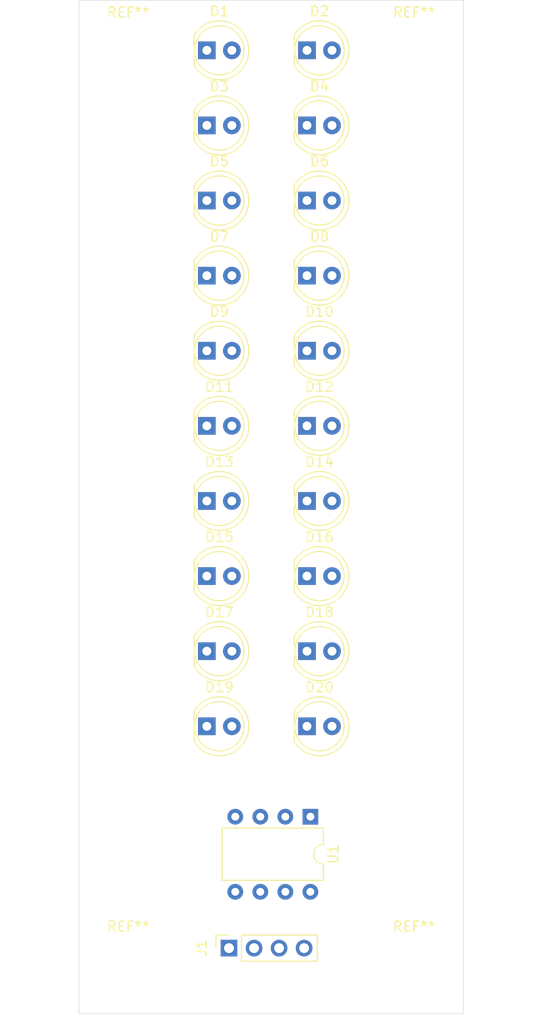
<source format=kicad_pcb>
(kicad_pcb (version 20171130) (host pcbnew "(5.1.5)-3")

  (general
    (thickness 1.6)
    (drawings 4)
    (tracks 0)
    (zones 0)
    (modules 26)
    (nets 21)
  )

  (page A4)
  (layers
    (0 F.Cu signal)
    (31 B.Cu signal)
    (32 B.Adhes user)
    (33 F.Adhes user)
    (34 B.Paste user)
    (35 F.Paste user)
    (36 B.SilkS user)
    (37 F.SilkS user)
    (38 B.Mask user)
    (39 F.Mask user)
    (40 Dwgs.User user)
    (41 Cmts.User user)
    (42 Eco1.User user)
    (43 Eco2.User user)
    (44 Edge.Cuts user)
    (45 Margin user)
    (46 B.CrtYd user)
    (47 F.CrtYd user)
    (48 B.Fab user)
    (49 F.Fab user)
  )

  (setup
    (last_trace_width 0.25)
    (user_trace_width 0.4)
    (trace_clearance 0.2)
    (zone_clearance 0.508)
    (zone_45_only no)
    (trace_min 0.2)
    (via_size 0.8)
    (via_drill 0.4)
    (via_min_size 0.4)
    (via_min_drill 0.3)
    (uvia_size 0.3)
    (uvia_drill 0.1)
    (uvias_allowed no)
    (uvia_min_size 0.2)
    (uvia_min_drill 0.1)
    (edge_width 0.05)
    (segment_width 0.2)
    (pcb_text_width 0.3)
    (pcb_text_size 1.5 1.5)
    (mod_edge_width 0.12)
    (mod_text_size 1 1)
    (mod_text_width 0.15)
    (pad_size 1.524 1.524)
    (pad_drill 0.762)
    (pad_to_mask_clearance 0.051)
    (solder_mask_min_width 0.25)
    (aux_axis_origin 0 0)
    (visible_elements 7FFFFFFF)
    (pcbplotparams
      (layerselection 0x010fc_ffffffff)
      (usegerberextensions false)
      (usegerberattributes false)
      (usegerberadvancedattributes false)
      (creategerberjobfile false)
      (excludeedgelayer true)
      (linewidth 0.100000)
      (plotframeref false)
      (viasonmask false)
      (mode 1)
      (useauxorigin false)
      (hpglpennumber 1)
      (hpglpenspeed 20)
      (hpglpendiameter 15.000000)
      (psnegative false)
      (psa4output false)
      (plotreference true)
      (plotvalue true)
      (plotinvisibletext false)
      (padsonsilk false)
      (subtractmaskfromsilk false)
      (outputformat 1)
      (mirror false)
      (drillshape 1)
      (scaleselection 1)
      (outputdirectory ""))
  )

  (net 0 "")
  (net 1 +5V)
  (net 2 GNDD)
  (net 3 "Net-(J1-Pad3)")
  (net 4 "Net-(J1-Pad2)")
  (net 5 "Net-(U1-Pad7)")
  (net 6 "Net-(U1-Pad1)")
  (net 7 +3_dB)
  (net 8 GND_L)
  (net 9 GND_R)
  (net 10 +2_dB)
  (net 11 +1_dB)
  (net 12 0_dB)
  (net 13 -1_dB)
  (net 14 -3_dB)
  (net 15 -5_dB)
  (net 16 -7_dB)
  (net 17 -10_dB)
  (net 18 -20_dB)
  (net 19 "Net-(U1-Pad3)")
  (net 20 "Net-(U1-Pad2)")

  (net_class Default "This is the default net class."
    (clearance 0.2)
    (trace_width 0.25)
    (via_dia 0.8)
    (via_drill 0.4)
    (uvia_dia 0.3)
    (uvia_drill 0.1)
    (add_net +1_dB)
    (add_net +2_dB)
    (add_net +3_dB)
    (add_net +5V)
    (add_net -10_dB)
    (add_net -1_dB)
    (add_net -20_dB)
    (add_net -3_dB)
    (add_net -5_dB)
    (add_net -7_dB)
    (add_net 0_dB)
    (add_net GNDD)
    (add_net GND_L)
    (add_net GND_R)
    (add_net "Net-(J1-Pad2)")
    (add_net "Net-(J1-Pad3)")
    (add_net "Net-(U1-Pad1)")
    (add_net "Net-(U1-Pad2)")
    (add_net "Net-(U1-Pad3)")
    (add_net "Net-(U1-Pad7)")
  )

  (module LED_THT:LED_D5.0mm placed (layer F.Cu) (tedit 5995936A) (tstamp 5E68D235)
    (at 104.14 116.84)
    (descr "LED, diameter 5.0mm, 2 pins, http://cdn-reichelt.de/documents/datenblatt/A500/LL-504BC2E-009.pdf")
    (tags "LED diameter 5.0mm 2 pins")
    (path /5E6C5A3C)
    (fp_text reference D20 (at 1.27 -3.96) (layer F.SilkS)
      (effects (font (size 1 1) (thickness 0.15)))
    )
    (fp_text value LED_G (at 1.27 3.96) (layer F.Fab)
      (effects (font (size 1 1) (thickness 0.15)))
    )
    (fp_text user %R (at 1.25 0) (layer F.Fab)
      (effects (font (size 0.8 0.8) (thickness 0.2)))
    )
    (fp_line (start 4.5 -3.25) (end -1.95 -3.25) (layer F.CrtYd) (width 0.05))
    (fp_line (start 4.5 3.25) (end 4.5 -3.25) (layer F.CrtYd) (width 0.05))
    (fp_line (start -1.95 3.25) (end 4.5 3.25) (layer F.CrtYd) (width 0.05))
    (fp_line (start -1.95 -3.25) (end -1.95 3.25) (layer F.CrtYd) (width 0.05))
    (fp_line (start -1.29 -1.545) (end -1.29 1.545) (layer F.SilkS) (width 0.12))
    (fp_line (start -1.23 -1.469694) (end -1.23 1.469694) (layer F.Fab) (width 0.1))
    (fp_circle (center 1.27 0) (end 3.77 0) (layer F.SilkS) (width 0.12))
    (fp_circle (center 1.27 0) (end 3.77 0) (layer F.Fab) (width 0.1))
    (fp_arc (start 1.27 0) (end -1.29 1.54483) (angle -148.9) (layer F.SilkS) (width 0.12))
    (fp_arc (start 1.27 0) (end -1.29 -1.54483) (angle 148.9) (layer F.SilkS) (width 0.12))
    (fp_arc (start 1.27 0) (end -1.23 -1.469694) (angle 299.1) (layer F.Fab) (width 0.1))
    (pad 2 thru_hole circle (at 2.54 0) (size 1.8 1.8) (drill 0.9) (layers *.Cu *.Mask)
      (net 18 -20_dB))
    (pad 1 thru_hole rect (at 0 0) (size 1.8 1.8) (drill 0.9) (layers *.Cu *.Mask)
      (net 9 GND_R))
    (model ${KISYS3DMOD}/LED_THT.3dshapes/LED_D5.0mm.wrl
      (at (xyz 0 0 0))
      (scale (xyz 1 1 1))
      (rotate (xyz 0 0 0))
    )
  )

  (module LED_THT:LED_D5.0mm placed (layer F.Cu) (tedit 5995936A) (tstamp 5E68D223)
    (at 93.98 116.84)
    (descr "LED, diameter 5.0mm, 2 pins, http://cdn-reichelt.de/documents/datenblatt/A500/LL-504BC2E-009.pdf")
    (tags "LED diameter 5.0mm 2 pins")
    (path /5E6A7DA2)
    (fp_text reference D19 (at 1.27 -3.96) (layer F.SilkS)
      (effects (font (size 1 1) (thickness 0.15)))
    )
    (fp_text value LED_G (at 1.27 3.96) (layer F.Fab)
      (effects (font (size 1 1) (thickness 0.15)))
    )
    (fp_text user %R (at 1.25 0) (layer F.Fab)
      (effects (font (size 0.8 0.8) (thickness 0.2)))
    )
    (fp_line (start 4.5 -3.25) (end -1.95 -3.25) (layer F.CrtYd) (width 0.05))
    (fp_line (start 4.5 3.25) (end 4.5 -3.25) (layer F.CrtYd) (width 0.05))
    (fp_line (start -1.95 3.25) (end 4.5 3.25) (layer F.CrtYd) (width 0.05))
    (fp_line (start -1.95 -3.25) (end -1.95 3.25) (layer F.CrtYd) (width 0.05))
    (fp_line (start -1.29 -1.545) (end -1.29 1.545) (layer F.SilkS) (width 0.12))
    (fp_line (start -1.23 -1.469694) (end -1.23 1.469694) (layer F.Fab) (width 0.1))
    (fp_circle (center 1.27 0) (end 3.77 0) (layer F.SilkS) (width 0.12))
    (fp_circle (center 1.27 0) (end 3.77 0) (layer F.Fab) (width 0.1))
    (fp_arc (start 1.27 0) (end -1.29 1.54483) (angle -148.9) (layer F.SilkS) (width 0.12))
    (fp_arc (start 1.27 0) (end -1.29 -1.54483) (angle 148.9) (layer F.SilkS) (width 0.12))
    (fp_arc (start 1.27 0) (end -1.23 -1.469694) (angle 299.1) (layer F.Fab) (width 0.1))
    (pad 2 thru_hole circle (at 2.54 0) (size 1.8 1.8) (drill 0.9) (layers *.Cu *.Mask)
      (net 18 -20_dB))
    (pad 1 thru_hole rect (at 0 0) (size 1.8 1.8) (drill 0.9) (layers *.Cu *.Mask)
      (net 8 GND_L))
    (model ${KISYS3DMOD}/LED_THT.3dshapes/LED_D5.0mm.wrl
      (at (xyz 0 0 0))
      (scale (xyz 1 1 1))
      (rotate (xyz 0 0 0))
    )
  )

  (module LED_THT:LED_D5.0mm placed (layer F.Cu) (tedit 5995936A) (tstamp 5E68D211)
    (at 104.14 109.22)
    (descr "LED, diameter 5.0mm, 2 pins, http://cdn-reichelt.de/documents/datenblatt/A500/LL-504BC2E-009.pdf")
    (tags "LED diameter 5.0mm 2 pins")
    (path /5E6C5A32)
    (fp_text reference D18 (at 1.27 -3.96) (layer F.SilkS)
      (effects (font (size 1 1) (thickness 0.15)))
    )
    (fp_text value LED_G (at 1.27 3.96) (layer F.Fab)
      (effects (font (size 1 1) (thickness 0.15)))
    )
    (fp_text user %R (at 1.25 0) (layer F.Fab)
      (effects (font (size 0.8 0.8) (thickness 0.2)))
    )
    (fp_line (start 4.5 -3.25) (end -1.95 -3.25) (layer F.CrtYd) (width 0.05))
    (fp_line (start 4.5 3.25) (end 4.5 -3.25) (layer F.CrtYd) (width 0.05))
    (fp_line (start -1.95 3.25) (end 4.5 3.25) (layer F.CrtYd) (width 0.05))
    (fp_line (start -1.95 -3.25) (end -1.95 3.25) (layer F.CrtYd) (width 0.05))
    (fp_line (start -1.29 -1.545) (end -1.29 1.545) (layer F.SilkS) (width 0.12))
    (fp_line (start -1.23 -1.469694) (end -1.23 1.469694) (layer F.Fab) (width 0.1))
    (fp_circle (center 1.27 0) (end 3.77 0) (layer F.SilkS) (width 0.12))
    (fp_circle (center 1.27 0) (end 3.77 0) (layer F.Fab) (width 0.1))
    (fp_arc (start 1.27 0) (end -1.29 1.54483) (angle -148.9) (layer F.SilkS) (width 0.12))
    (fp_arc (start 1.27 0) (end -1.29 -1.54483) (angle 148.9) (layer F.SilkS) (width 0.12))
    (fp_arc (start 1.27 0) (end -1.23 -1.469694) (angle 299.1) (layer F.Fab) (width 0.1))
    (pad 2 thru_hole circle (at 2.54 0) (size 1.8 1.8) (drill 0.9) (layers *.Cu *.Mask)
      (net 17 -10_dB))
    (pad 1 thru_hole rect (at 0 0) (size 1.8 1.8) (drill 0.9) (layers *.Cu *.Mask)
      (net 9 GND_R))
    (model ${KISYS3DMOD}/LED_THT.3dshapes/LED_D5.0mm.wrl
      (at (xyz 0 0 0))
      (scale (xyz 1 1 1))
      (rotate (xyz 0 0 0))
    )
  )

  (module LED_THT:LED_D5.0mm placed (layer F.Cu) (tedit 5995936A) (tstamp 5E68D1FF)
    (at 93.98 109.22)
    (descr "LED, diameter 5.0mm, 2 pins, http://cdn-reichelt.de/documents/datenblatt/A500/LL-504BC2E-009.pdf")
    (tags "LED diameter 5.0mm 2 pins")
    (path /5E6A7D98)
    (fp_text reference D17 (at 1.27 -3.96) (layer F.SilkS)
      (effects (font (size 1 1) (thickness 0.15)))
    )
    (fp_text value LED_G (at 1.27 3.96) (layer F.Fab)
      (effects (font (size 1 1) (thickness 0.15)))
    )
    (fp_text user %R (at 1.25 0) (layer F.Fab)
      (effects (font (size 0.8 0.8) (thickness 0.2)))
    )
    (fp_line (start 4.5 -3.25) (end -1.95 -3.25) (layer F.CrtYd) (width 0.05))
    (fp_line (start 4.5 3.25) (end 4.5 -3.25) (layer F.CrtYd) (width 0.05))
    (fp_line (start -1.95 3.25) (end 4.5 3.25) (layer F.CrtYd) (width 0.05))
    (fp_line (start -1.95 -3.25) (end -1.95 3.25) (layer F.CrtYd) (width 0.05))
    (fp_line (start -1.29 -1.545) (end -1.29 1.545) (layer F.SilkS) (width 0.12))
    (fp_line (start -1.23 -1.469694) (end -1.23 1.469694) (layer F.Fab) (width 0.1))
    (fp_circle (center 1.27 0) (end 3.77 0) (layer F.SilkS) (width 0.12))
    (fp_circle (center 1.27 0) (end 3.77 0) (layer F.Fab) (width 0.1))
    (fp_arc (start 1.27 0) (end -1.29 1.54483) (angle -148.9) (layer F.SilkS) (width 0.12))
    (fp_arc (start 1.27 0) (end -1.29 -1.54483) (angle 148.9) (layer F.SilkS) (width 0.12))
    (fp_arc (start 1.27 0) (end -1.23 -1.469694) (angle 299.1) (layer F.Fab) (width 0.1))
    (pad 2 thru_hole circle (at 2.54 0) (size 1.8 1.8) (drill 0.9) (layers *.Cu *.Mask)
      (net 17 -10_dB))
    (pad 1 thru_hole rect (at 0 0) (size 1.8 1.8) (drill 0.9) (layers *.Cu *.Mask)
      (net 8 GND_L))
    (model ${KISYS3DMOD}/LED_THT.3dshapes/LED_D5.0mm.wrl
      (at (xyz 0 0 0))
      (scale (xyz 1 1 1))
      (rotate (xyz 0 0 0))
    )
  )

  (module LED_THT:LED_D5.0mm placed (layer F.Cu) (tedit 5995936A) (tstamp 5E68DEE7)
    (at 104.14 101.6)
    (descr "LED, diameter 5.0mm, 2 pins, http://cdn-reichelt.de/documents/datenblatt/A500/LL-504BC2E-009.pdf")
    (tags "LED diameter 5.0mm 2 pins")
    (path /5E6C5A28)
    (fp_text reference D16 (at 1.27 -3.96) (layer F.SilkS)
      (effects (font (size 1 1) (thickness 0.15)))
    )
    (fp_text value LED_G (at 1.27 3.96) (layer F.Fab)
      (effects (font (size 1 1) (thickness 0.15)))
    )
    (fp_text user %R (at 1.25 0) (layer F.Fab)
      (effects (font (size 0.8 0.8) (thickness 0.2)))
    )
    (fp_line (start 4.5 -3.25) (end -1.95 -3.25) (layer F.CrtYd) (width 0.05))
    (fp_line (start 4.5 3.25) (end 4.5 -3.25) (layer F.CrtYd) (width 0.05))
    (fp_line (start -1.95 3.25) (end 4.5 3.25) (layer F.CrtYd) (width 0.05))
    (fp_line (start -1.95 -3.25) (end -1.95 3.25) (layer F.CrtYd) (width 0.05))
    (fp_line (start -1.29 -1.545) (end -1.29 1.545) (layer F.SilkS) (width 0.12))
    (fp_line (start -1.23 -1.469694) (end -1.23 1.469694) (layer F.Fab) (width 0.1))
    (fp_circle (center 1.27 0) (end 3.77 0) (layer F.SilkS) (width 0.12))
    (fp_circle (center 1.27 0) (end 3.77 0) (layer F.Fab) (width 0.1))
    (fp_arc (start 1.27 0) (end -1.29 1.54483) (angle -148.9) (layer F.SilkS) (width 0.12))
    (fp_arc (start 1.27 0) (end -1.29 -1.54483) (angle 148.9) (layer F.SilkS) (width 0.12))
    (fp_arc (start 1.27 0) (end -1.23 -1.469694) (angle 299.1) (layer F.Fab) (width 0.1))
    (pad 2 thru_hole circle (at 2.54 0) (size 1.8 1.8) (drill 0.9) (layers *.Cu *.Mask)
      (net 16 -7_dB))
    (pad 1 thru_hole rect (at 0 0) (size 1.8 1.8) (drill 0.9) (layers *.Cu *.Mask)
      (net 9 GND_R))
    (model ${KISYS3DMOD}/LED_THT.3dshapes/LED_D5.0mm.wrl
      (at (xyz 0 0 0))
      (scale (xyz 1 1 1))
      (rotate (xyz 0 0 0))
    )
  )

  (module LED_THT:LED_D5.0mm placed (layer F.Cu) (tedit 5995936A) (tstamp 5E68D1DB)
    (at 93.98 101.6)
    (descr "LED, diameter 5.0mm, 2 pins, http://cdn-reichelt.de/documents/datenblatt/A500/LL-504BC2E-009.pdf")
    (tags "LED diameter 5.0mm 2 pins")
    (path /5E6A302C)
    (fp_text reference D15 (at 1.27 -3.96) (layer F.SilkS)
      (effects (font (size 1 1) (thickness 0.15)))
    )
    (fp_text value LED_G (at 1.27 3.96) (layer F.Fab)
      (effects (font (size 1 1) (thickness 0.15)))
    )
    (fp_text user %R (at 1.25 0) (layer F.Fab)
      (effects (font (size 0.8 0.8) (thickness 0.2)))
    )
    (fp_line (start 4.5 -3.25) (end -1.95 -3.25) (layer F.CrtYd) (width 0.05))
    (fp_line (start 4.5 3.25) (end 4.5 -3.25) (layer F.CrtYd) (width 0.05))
    (fp_line (start -1.95 3.25) (end 4.5 3.25) (layer F.CrtYd) (width 0.05))
    (fp_line (start -1.95 -3.25) (end -1.95 3.25) (layer F.CrtYd) (width 0.05))
    (fp_line (start -1.29 -1.545) (end -1.29 1.545) (layer F.SilkS) (width 0.12))
    (fp_line (start -1.23 -1.469694) (end -1.23 1.469694) (layer F.Fab) (width 0.1))
    (fp_circle (center 1.27 0) (end 3.77 0) (layer F.SilkS) (width 0.12))
    (fp_circle (center 1.27 0) (end 3.77 0) (layer F.Fab) (width 0.1))
    (fp_arc (start 1.27 0) (end -1.29 1.54483) (angle -148.9) (layer F.SilkS) (width 0.12))
    (fp_arc (start 1.27 0) (end -1.29 -1.54483) (angle 148.9) (layer F.SilkS) (width 0.12))
    (fp_arc (start 1.27 0) (end -1.23 -1.469694) (angle 299.1) (layer F.Fab) (width 0.1))
    (pad 2 thru_hole circle (at 2.54 0) (size 1.8 1.8) (drill 0.9) (layers *.Cu *.Mask)
      (net 16 -7_dB))
    (pad 1 thru_hole rect (at 0 0) (size 1.8 1.8) (drill 0.9) (layers *.Cu *.Mask)
      (net 8 GND_L))
    (model ${KISYS3DMOD}/LED_THT.3dshapes/LED_D5.0mm.wrl
      (at (xyz 0 0 0))
      (scale (xyz 1 1 1))
      (rotate (xyz 0 0 0))
    )
  )

  (module LED_THT:LED_D5.0mm placed (layer F.Cu) (tedit 5995936A) (tstamp 5E68D1C9)
    (at 104.14 93.98)
    (descr "LED, diameter 5.0mm, 2 pins, http://cdn-reichelt.de/documents/datenblatt/A500/LL-504BC2E-009.pdf")
    (tags "LED diameter 5.0mm 2 pins")
    (path /5E6C5A1E)
    (fp_text reference D14 (at 1.27 -3.96) (layer F.SilkS)
      (effects (font (size 1 1) (thickness 0.15)))
    )
    (fp_text value LED_G (at 1.27 3.96) (layer F.Fab)
      (effects (font (size 1 1) (thickness 0.15)))
    )
    (fp_text user %R (at 1.25 0) (layer F.Fab)
      (effects (font (size 0.8 0.8) (thickness 0.2)))
    )
    (fp_line (start 4.5 -3.25) (end -1.95 -3.25) (layer F.CrtYd) (width 0.05))
    (fp_line (start 4.5 3.25) (end 4.5 -3.25) (layer F.CrtYd) (width 0.05))
    (fp_line (start -1.95 3.25) (end 4.5 3.25) (layer F.CrtYd) (width 0.05))
    (fp_line (start -1.95 -3.25) (end -1.95 3.25) (layer F.CrtYd) (width 0.05))
    (fp_line (start -1.29 -1.545) (end -1.29 1.545) (layer F.SilkS) (width 0.12))
    (fp_line (start -1.23 -1.469694) (end -1.23 1.469694) (layer F.Fab) (width 0.1))
    (fp_circle (center 1.27 0) (end 3.77 0) (layer F.SilkS) (width 0.12))
    (fp_circle (center 1.27 0) (end 3.77 0) (layer F.Fab) (width 0.1))
    (fp_arc (start 1.27 0) (end -1.29 1.54483) (angle -148.9) (layer F.SilkS) (width 0.12))
    (fp_arc (start 1.27 0) (end -1.29 -1.54483) (angle 148.9) (layer F.SilkS) (width 0.12))
    (fp_arc (start 1.27 0) (end -1.23 -1.469694) (angle 299.1) (layer F.Fab) (width 0.1))
    (pad 2 thru_hole circle (at 2.54 0) (size 1.8 1.8) (drill 0.9) (layers *.Cu *.Mask)
      (net 15 -5_dB))
    (pad 1 thru_hole rect (at 0 0) (size 1.8 1.8) (drill 0.9) (layers *.Cu *.Mask)
      (net 9 GND_R))
    (model ${KISYS3DMOD}/LED_THT.3dshapes/LED_D5.0mm.wrl
      (at (xyz 0 0 0))
      (scale (xyz 1 1 1))
      (rotate (xyz 0 0 0))
    )
  )

  (module LED_THT:LED_D5.0mm placed (layer F.Cu) (tedit 5995936A) (tstamp 5E68D1B7)
    (at 93.98 93.98)
    (descr "LED, diameter 5.0mm, 2 pins, http://cdn-reichelt.de/documents/datenblatt/A500/LL-504BC2E-009.pdf")
    (tags "LED diameter 5.0mm 2 pins")
    (path /5E6A3022)
    (fp_text reference D13 (at 1.27 -3.96) (layer F.SilkS)
      (effects (font (size 1 1) (thickness 0.15)))
    )
    (fp_text value LED_G (at 1.27 3.96) (layer F.Fab)
      (effects (font (size 1 1) (thickness 0.15)))
    )
    (fp_text user %R (at 1.25 0) (layer F.Fab)
      (effects (font (size 0.8 0.8) (thickness 0.2)))
    )
    (fp_line (start 4.5 -3.25) (end -1.95 -3.25) (layer F.CrtYd) (width 0.05))
    (fp_line (start 4.5 3.25) (end 4.5 -3.25) (layer F.CrtYd) (width 0.05))
    (fp_line (start -1.95 3.25) (end 4.5 3.25) (layer F.CrtYd) (width 0.05))
    (fp_line (start -1.95 -3.25) (end -1.95 3.25) (layer F.CrtYd) (width 0.05))
    (fp_line (start -1.29 -1.545) (end -1.29 1.545) (layer F.SilkS) (width 0.12))
    (fp_line (start -1.23 -1.469694) (end -1.23 1.469694) (layer F.Fab) (width 0.1))
    (fp_circle (center 1.27 0) (end 3.77 0) (layer F.SilkS) (width 0.12))
    (fp_circle (center 1.27 0) (end 3.77 0) (layer F.Fab) (width 0.1))
    (fp_arc (start 1.27 0) (end -1.29 1.54483) (angle -148.9) (layer F.SilkS) (width 0.12))
    (fp_arc (start 1.27 0) (end -1.29 -1.54483) (angle 148.9) (layer F.SilkS) (width 0.12))
    (fp_arc (start 1.27 0) (end -1.23 -1.469694) (angle 299.1) (layer F.Fab) (width 0.1))
    (pad 2 thru_hole circle (at 2.54 0) (size 1.8 1.8) (drill 0.9) (layers *.Cu *.Mask)
      (net 15 -5_dB))
    (pad 1 thru_hole rect (at 0 0) (size 1.8 1.8) (drill 0.9) (layers *.Cu *.Mask)
      (net 8 GND_L))
    (model ${KISYS3DMOD}/LED_THT.3dshapes/LED_D5.0mm.wrl
      (at (xyz 0 0 0))
      (scale (xyz 1 1 1))
      (rotate (xyz 0 0 0))
    )
  )

  (module LED_THT:LED_D5.0mm placed (layer F.Cu) (tedit 5995936A) (tstamp 5E68D1A5)
    (at 104.14 86.36)
    (descr "LED, diameter 5.0mm, 2 pins, http://cdn-reichelt.de/documents/datenblatt/A500/LL-504BC2E-009.pdf")
    (tags "LED diameter 5.0mm 2 pins")
    (path /5E6C5A14)
    (fp_text reference D12 (at 1.27 -3.96) (layer F.SilkS)
      (effects (font (size 1 1) (thickness 0.15)))
    )
    (fp_text value LED_G (at 1.27 3.96) (layer F.Fab)
      (effects (font (size 1 1) (thickness 0.15)))
    )
    (fp_text user %R (at 1.25 0) (layer F.Fab)
      (effects (font (size 0.8 0.8) (thickness 0.2)))
    )
    (fp_line (start 4.5 -3.25) (end -1.95 -3.25) (layer F.CrtYd) (width 0.05))
    (fp_line (start 4.5 3.25) (end 4.5 -3.25) (layer F.CrtYd) (width 0.05))
    (fp_line (start -1.95 3.25) (end 4.5 3.25) (layer F.CrtYd) (width 0.05))
    (fp_line (start -1.95 -3.25) (end -1.95 3.25) (layer F.CrtYd) (width 0.05))
    (fp_line (start -1.29 -1.545) (end -1.29 1.545) (layer F.SilkS) (width 0.12))
    (fp_line (start -1.23 -1.469694) (end -1.23 1.469694) (layer F.Fab) (width 0.1))
    (fp_circle (center 1.27 0) (end 3.77 0) (layer F.SilkS) (width 0.12))
    (fp_circle (center 1.27 0) (end 3.77 0) (layer F.Fab) (width 0.1))
    (fp_arc (start 1.27 0) (end -1.29 1.54483) (angle -148.9) (layer F.SilkS) (width 0.12))
    (fp_arc (start 1.27 0) (end -1.29 -1.54483) (angle 148.9) (layer F.SilkS) (width 0.12))
    (fp_arc (start 1.27 0) (end -1.23 -1.469694) (angle 299.1) (layer F.Fab) (width 0.1))
    (pad 2 thru_hole circle (at 2.54 0) (size 1.8 1.8) (drill 0.9) (layers *.Cu *.Mask)
      (net 14 -3_dB))
    (pad 1 thru_hole rect (at 0 0) (size 1.8 1.8) (drill 0.9) (layers *.Cu *.Mask)
      (net 9 GND_R))
    (model ${KISYS3DMOD}/LED_THT.3dshapes/LED_D5.0mm.wrl
      (at (xyz 0 0 0))
      (scale (xyz 1 1 1))
      (rotate (xyz 0 0 0))
    )
  )

  (module LED_THT:LED_D5.0mm placed (layer F.Cu) (tedit 5995936A) (tstamp 5E68D193)
    (at 93.98 86.36)
    (descr "LED, diameter 5.0mm, 2 pins, http://cdn-reichelt.de/documents/datenblatt/A500/LL-504BC2E-009.pdf")
    (tags "LED diameter 5.0mm 2 pins")
    (path /5E6A3018)
    (fp_text reference D11 (at 1.27 -3.96) (layer F.SilkS)
      (effects (font (size 1 1) (thickness 0.15)))
    )
    (fp_text value LED_G (at 1.27 3.96) (layer F.Fab)
      (effects (font (size 1 1) (thickness 0.15)))
    )
    (fp_text user %R (at 1.25 0) (layer F.Fab)
      (effects (font (size 0.8 0.8) (thickness 0.2)))
    )
    (fp_line (start 4.5 -3.25) (end -1.95 -3.25) (layer F.CrtYd) (width 0.05))
    (fp_line (start 4.5 3.25) (end 4.5 -3.25) (layer F.CrtYd) (width 0.05))
    (fp_line (start -1.95 3.25) (end 4.5 3.25) (layer F.CrtYd) (width 0.05))
    (fp_line (start -1.95 -3.25) (end -1.95 3.25) (layer F.CrtYd) (width 0.05))
    (fp_line (start -1.29 -1.545) (end -1.29 1.545) (layer F.SilkS) (width 0.12))
    (fp_line (start -1.23 -1.469694) (end -1.23 1.469694) (layer F.Fab) (width 0.1))
    (fp_circle (center 1.27 0) (end 3.77 0) (layer F.SilkS) (width 0.12))
    (fp_circle (center 1.27 0) (end 3.77 0) (layer F.Fab) (width 0.1))
    (fp_arc (start 1.27 0) (end -1.29 1.54483) (angle -148.9) (layer F.SilkS) (width 0.12))
    (fp_arc (start 1.27 0) (end -1.29 -1.54483) (angle 148.9) (layer F.SilkS) (width 0.12))
    (fp_arc (start 1.27 0) (end -1.23 -1.469694) (angle 299.1) (layer F.Fab) (width 0.1))
    (pad 2 thru_hole circle (at 2.54 0) (size 1.8 1.8) (drill 0.9) (layers *.Cu *.Mask)
      (net 14 -3_dB))
    (pad 1 thru_hole rect (at 0 0) (size 1.8 1.8) (drill 0.9) (layers *.Cu *.Mask)
      (net 8 GND_L))
    (model ${KISYS3DMOD}/LED_THT.3dshapes/LED_D5.0mm.wrl
      (at (xyz 0 0 0))
      (scale (xyz 1 1 1))
      (rotate (xyz 0 0 0))
    )
  )

  (module LED_THT:LED_D5.0mm placed (layer F.Cu) (tedit 5995936A) (tstamp 5E68D181)
    (at 104.14 78.74)
    (descr "LED, diameter 5.0mm, 2 pins, http://cdn-reichelt.de/documents/datenblatt/A500/LL-504BC2E-009.pdf")
    (tags "LED diameter 5.0mm 2 pins")
    (path /5E6C5A0A)
    (fp_text reference D10 (at 1.27 -3.96) (layer F.SilkS)
      (effects (font (size 1 1) (thickness 0.15)))
    )
    (fp_text value LED_G (at 1.27 3.96) (layer F.Fab)
      (effects (font (size 1 1) (thickness 0.15)))
    )
    (fp_text user %R (at 1.25 0) (layer F.Fab)
      (effects (font (size 0.8 0.8) (thickness 0.2)))
    )
    (fp_line (start 4.5 -3.25) (end -1.95 -3.25) (layer F.CrtYd) (width 0.05))
    (fp_line (start 4.5 3.25) (end 4.5 -3.25) (layer F.CrtYd) (width 0.05))
    (fp_line (start -1.95 3.25) (end 4.5 3.25) (layer F.CrtYd) (width 0.05))
    (fp_line (start -1.95 -3.25) (end -1.95 3.25) (layer F.CrtYd) (width 0.05))
    (fp_line (start -1.29 -1.545) (end -1.29 1.545) (layer F.SilkS) (width 0.12))
    (fp_line (start -1.23 -1.469694) (end -1.23 1.469694) (layer F.Fab) (width 0.1))
    (fp_circle (center 1.27 0) (end 3.77 0) (layer F.SilkS) (width 0.12))
    (fp_circle (center 1.27 0) (end 3.77 0) (layer F.Fab) (width 0.1))
    (fp_arc (start 1.27 0) (end -1.29 1.54483) (angle -148.9) (layer F.SilkS) (width 0.12))
    (fp_arc (start 1.27 0) (end -1.29 -1.54483) (angle 148.9) (layer F.SilkS) (width 0.12))
    (fp_arc (start 1.27 0) (end -1.23 -1.469694) (angle 299.1) (layer F.Fab) (width 0.1))
    (pad 2 thru_hole circle (at 2.54 0) (size 1.8 1.8) (drill 0.9) (layers *.Cu *.Mask)
      (net 13 -1_dB))
    (pad 1 thru_hole rect (at 0 0) (size 1.8 1.8) (drill 0.9) (layers *.Cu *.Mask)
      (net 9 GND_R))
    (model ${KISYS3DMOD}/LED_THT.3dshapes/LED_D5.0mm.wrl
      (at (xyz 0 0 0))
      (scale (xyz 1 1 1))
      (rotate (xyz 0 0 0))
    )
  )

  (module LED_THT:LED_D5.0mm placed (layer F.Cu) (tedit 5995936A) (tstamp 5E68D16F)
    (at 93.98 78.74)
    (descr "LED, diameter 5.0mm, 2 pins, http://cdn-reichelt.de/documents/datenblatt/A500/LL-504BC2E-009.pdf")
    (tags "LED diameter 5.0mm 2 pins")
    (path /5E6A300E)
    (fp_text reference D9 (at 1.27 -3.96) (layer F.SilkS)
      (effects (font (size 1 1) (thickness 0.15)))
    )
    (fp_text value LED_G (at 1.27 3.96) (layer F.Fab)
      (effects (font (size 1 1) (thickness 0.15)))
    )
    (fp_text user %R (at 1.25 0) (layer F.Fab)
      (effects (font (size 0.8 0.8) (thickness 0.2)))
    )
    (fp_line (start 4.5 -3.25) (end -1.95 -3.25) (layer F.CrtYd) (width 0.05))
    (fp_line (start 4.5 3.25) (end 4.5 -3.25) (layer F.CrtYd) (width 0.05))
    (fp_line (start -1.95 3.25) (end 4.5 3.25) (layer F.CrtYd) (width 0.05))
    (fp_line (start -1.95 -3.25) (end -1.95 3.25) (layer F.CrtYd) (width 0.05))
    (fp_line (start -1.29 -1.545) (end -1.29 1.545) (layer F.SilkS) (width 0.12))
    (fp_line (start -1.23 -1.469694) (end -1.23 1.469694) (layer F.Fab) (width 0.1))
    (fp_circle (center 1.27 0) (end 3.77 0) (layer F.SilkS) (width 0.12))
    (fp_circle (center 1.27 0) (end 3.77 0) (layer F.Fab) (width 0.1))
    (fp_arc (start 1.27 0) (end -1.29 1.54483) (angle -148.9) (layer F.SilkS) (width 0.12))
    (fp_arc (start 1.27 0) (end -1.29 -1.54483) (angle 148.9) (layer F.SilkS) (width 0.12))
    (fp_arc (start 1.27 0) (end -1.23 -1.469694) (angle 299.1) (layer F.Fab) (width 0.1))
    (pad 2 thru_hole circle (at 2.54 0) (size 1.8 1.8) (drill 0.9) (layers *.Cu *.Mask)
      (net 13 -1_dB))
    (pad 1 thru_hole rect (at 0 0) (size 1.8 1.8) (drill 0.9) (layers *.Cu *.Mask)
      (net 8 GND_L))
    (model ${KISYS3DMOD}/LED_THT.3dshapes/LED_D5.0mm.wrl
      (at (xyz 0 0 0))
      (scale (xyz 1 1 1))
      (rotate (xyz 0 0 0))
    )
  )

  (module LED_THT:LED_D5.0mm placed (layer F.Cu) (tedit 5995936A) (tstamp 5E68DBB0)
    (at 104.14 71.12)
    (descr "LED, diameter 5.0mm, 2 pins, http://cdn-reichelt.de/documents/datenblatt/A500/LL-504BC2E-009.pdf")
    (tags "LED diameter 5.0mm 2 pins")
    (path /5E6C5A00)
    (fp_text reference D8 (at 1.27 -3.96) (layer F.SilkS)
      (effects (font (size 1 1) (thickness 0.15)))
    )
    (fp_text value LED_Y (at 1.27 3.96) (layer F.Fab)
      (effects (font (size 1 1) (thickness 0.15)))
    )
    (fp_text user %R (at 1.25 0) (layer F.Fab)
      (effects (font (size 0.8 0.8) (thickness 0.2)))
    )
    (fp_line (start 4.5 -3.25) (end -1.95 -3.25) (layer F.CrtYd) (width 0.05))
    (fp_line (start 4.5 3.25) (end 4.5 -3.25) (layer F.CrtYd) (width 0.05))
    (fp_line (start -1.95 3.25) (end 4.5 3.25) (layer F.CrtYd) (width 0.05))
    (fp_line (start -1.95 -3.25) (end -1.95 3.25) (layer F.CrtYd) (width 0.05))
    (fp_line (start -1.29 -1.545) (end -1.29 1.545) (layer F.SilkS) (width 0.12))
    (fp_line (start -1.23 -1.469694) (end -1.23 1.469694) (layer F.Fab) (width 0.1))
    (fp_circle (center 1.27 0) (end 3.77 0) (layer F.SilkS) (width 0.12))
    (fp_circle (center 1.27 0) (end 3.77 0) (layer F.Fab) (width 0.1))
    (fp_arc (start 1.27 0) (end -1.29 1.54483) (angle -148.9) (layer F.SilkS) (width 0.12))
    (fp_arc (start 1.27 0) (end -1.29 -1.54483) (angle 148.9) (layer F.SilkS) (width 0.12))
    (fp_arc (start 1.27 0) (end -1.23 -1.469694) (angle 299.1) (layer F.Fab) (width 0.1))
    (pad 2 thru_hole circle (at 2.54 0) (size 1.8 1.8) (drill 0.9) (layers *.Cu *.Mask)
      (net 12 0_dB))
    (pad 1 thru_hole rect (at 0 0) (size 1.8 1.8) (drill 0.9) (layers *.Cu *.Mask)
      (net 9 GND_R))
    (model ${KISYS3DMOD}/LED_THT.3dshapes/LED_D5.0mm.wrl
      (at (xyz 0 0 0))
      (scale (xyz 1 1 1))
      (rotate (xyz 0 0 0))
    )
  )

  (module LED_THT:LED_D5.0mm placed (layer F.Cu) (tedit 5995936A) (tstamp 5E68DACE)
    (at 93.98 71.12)
    (descr "LED, diameter 5.0mm, 2 pins, http://cdn-reichelt.de/documents/datenblatt/A500/LL-504BC2E-009.pdf")
    (tags "LED diameter 5.0mm 2 pins")
    (path /5E6A22B8)
    (fp_text reference D7 (at 1.27 -3.96) (layer F.SilkS)
      (effects (font (size 1 1) (thickness 0.15)))
    )
    (fp_text value LED_Y (at 1.27 3.96) (layer F.Fab)
      (effects (font (size 1 1) (thickness 0.15)))
    )
    (fp_text user %R (at 1.25 0) (layer F.Fab)
      (effects (font (size 0.8 0.8) (thickness 0.2)))
    )
    (fp_line (start 4.5 -3.25) (end -1.95 -3.25) (layer F.CrtYd) (width 0.05))
    (fp_line (start 4.5 3.25) (end 4.5 -3.25) (layer F.CrtYd) (width 0.05))
    (fp_line (start -1.95 3.25) (end 4.5 3.25) (layer F.CrtYd) (width 0.05))
    (fp_line (start -1.95 -3.25) (end -1.95 3.25) (layer F.CrtYd) (width 0.05))
    (fp_line (start -1.29 -1.545) (end -1.29 1.545) (layer F.SilkS) (width 0.12))
    (fp_line (start -1.23 -1.469694) (end -1.23 1.469694) (layer F.Fab) (width 0.1))
    (fp_circle (center 1.27 0) (end 3.77 0) (layer F.SilkS) (width 0.12))
    (fp_circle (center 1.27 0) (end 3.77 0) (layer F.Fab) (width 0.1))
    (fp_arc (start 1.27 0) (end -1.29 1.54483) (angle -148.9) (layer F.SilkS) (width 0.12))
    (fp_arc (start 1.27 0) (end -1.29 -1.54483) (angle 148.9) (layer F.SilkS) (width 0.12))
    (fp_arc (start 1.27 0) (end -1.23 -1.469694) (angle 299.1) (layer F.Fab) (width 0.1))
    (pad 2 thru_hole circle (at 2.54 0) (size 1.8 1.8) (drill 0.9) (layers *.Cu *.Mask)
      (net 12 0_dB))
    (pad 1 thru_hole rect (at 0 0) (size 1.8 1.8) (drill 0.9) (layers *.Cu *.Mask)
      (net 8 GND_L))
    (model ${KISYS3DMOD}/LED_THT.3dshapes/LED_D5.0mm.wrl
      (at (xyz 0 0 0))
      (scale (xyz 1 1 1))
      (rotate (xyz 0 0 0))
    )
  )

  (module LED_THT:LED_D5.0mm placed (layer F.Cu) (tedit 5995936A) (tstamp 5E68D139)
    (at 104.14 63.5)
    (descr "LED, diameter 5.0mm, 2 pins, http://cdn-reichelt.de/documents/datenblatt/A500/LL-504BC2E-009.pdf")
    (tags "LED diameter 5.0mm 2 pins")
    (path /5E6C59F6)
    (fp_text reference D6 (at 1.27 -3.96) (layer F.SilkS)
      (effects (font (size 1 1) (thickness 0.15)))
    )
    (fp_text value LED_Y (at 1.27 3.96) (layer F.Fab)
      (effects (font (size 1 1) (thickness 0.15)))
    )
    (fp_text user %R (at 1.25 0) (layer F.Fab)
      (effects (font (size 0.8 0.8) (thickness 0.2)))
    )
    (fp_line (start 4.5 -3.25) (end -1.95 -3.25) (layer F.CrtYd) (width 0.05))
    (fp_line (start 4.5 3.25) (end 4.5 -3.25) (layer F.CrtYd) (width 0.05))
    (fp_line (start -1.95 3.25) (end 4.5 3.25) (layer F.CrtYd) (width 0.05))
    (fp_line (start -1.95 -3.25) (end -1.95 3.25) (layer F.CrtYd) (width 0.05))
    (fp_line (start -1.29 -1.545) (end -1.29 1.545) (layer F.SilkS) (width 0.12))
    (fp_line (start -1.23 -1.469694) (end -1.23 1.469694) (layer F.Fab) (width 0.1))
    (fp_circle (center 1.27 0) (end 3.77 0) (layer F.SilkS) (width 0.12))
    (fp_circle (center 1.27 0) (end 3.77 0) (layer F.Fab) (width 0.1))
    (fp_arc (start 1.27 0) (end -1.29 1.54483) (angle -148.9) (layer F.SilkS) (width 0.12))
    (fp_arc (start 1.27 0) (end -1.29 -1.54483) (angle 148.9) (layer F.SilkS) (width 0.12))
    (fp_arc (start 1.27 0) (end -1.23 -1.469694) (angle 299.1) (layer F.Fab) (width 0.1))
    (pad 2 thru_hole circle (at 2.54 0) (size 1.8 1.8) (drill 0.9) (layers *.Cu *.Mask)
      (net 11 +1_dB))
    (pad 1 thru_hole rect (at 0 0) (size 1.8 1.8) (drill 0.9) (layers *.Cu *.Mask)
      (net 9 GND_R))
    (model ${KISYS3DMOD}/LED_THT.3dshapes/LED_D5.0mm.wrl
      (at (xyz 0 0 0))
      (scale (xyz 1 1 1))
      (rotate (xyz 0 0 0))
    )
  )

  (module LED_THT:LED_D5.0mm placed (layer F.Cu) (tedit 5995936A) (tstamp 5E68D127)
    (at 93.98 63.5)
    (descr "LED, diameter 5.0mm, 2 pins, http://cdn-reichelt.de/documents/datenblatt/A500/LL-504BC2E-009.pdf")
    (tags "LED diameter 5.0mm 2 pins")
    (path /5E6A22AE)
    (fp_text reference D5 (at 1.27 -3.96) (layer F.SilkS)
      (effects (font (size 1 1) (thickness 0.15)))
    )
    (fp_text value LED_Y (at 1.27 3.96) (layer F.Fab)
      (effects (font (size 1 1) (thickness 0.15)))
    )
    (fp_text user %R (at 1.25 0) (layer F.Fab)
      (effects (font (size 0.8 0.8) (thickness 0.2)))
    )
    (fp_line (start 4.5 -3.25) (end -1.95 -3.25) (layer F.CrtYd) (width 0.05))
    (fp_line (start 4.5 3.25) (end 4.5 -3.25) (layer F.CrtYd) (width 0.05))
    (fp_line (start -1.95 3.25) (end 4.5 3.25) (layer F.CrtYd) (width 0.05))
    (fp_line (start -1.95 -3.25) (end -1.95 3.25) (layer F.CrtYd) (width 0.05))
    (fp_line (start -1.29 -1.545) (end -1.29 1.545) (layer F.SilkS) (width 0.12))
    (fp_line (start -1.23 -1.469694) (end -1.23 1.469694) (layer F.Fab) (width 0.1))
    (fp_circle (center 1.27 0) (end 3.77 0) (layer F.SilkS) (width 0.12))
    (fp_circle (center 1.27 0) (end 3.77 0) (layer F.Fab) (width 0.1))
    (fp_arc (start 1.27 0) (end -1.29 1.54483) (angle -148.9) (layer F.SilkS) (width 0.12))
    (fp_arc (start 1.27 0) (end -1.29 -1.54483) (angle 148.9) (layer F.SilkS) (width 0.12))
    (fp_arc (start 1.27 0) (end -1.23 -1.469694) (angle 299.1) (layer F.Fab) (width 0.1))
    (pad 2 thru_hole circle (at 2.54 0) (size 1.8 1.8) (drill 0.9) (layers *.Cu *.Mask)
      (net 11 +1_dB))
    (pad 1 thru_hole rect (at 0 0) (size 1.8 1.8) (drill 0.9) (layers *.Cu *.Mask)
      (net 8 GND_L))
    (model ${KISYS3DMOD}/LED_THT.3dshapes/LED_D5.0mm.wrl
      (at (xyz 0 0 0))
      (scale (xyz 1 1 1))
      (rotate (xyz 0 0 0))
    )
  )

  (module LED_THT:LED_D5.0mm placed (layer F.Cu) (tedit 5995936A) (tstamp 5E68D115)
    (at 104.14 55.88)
    (descr "LED, diameter 5.0mm, 2 pins, http://cdn-reichelt.de/documents/datenblatt/A500/LL-504BC2E-009.pdf")
    (tags "LED diameter 5.0mm 2 pins")
    (path /5E6C59EC)
    (fp_text reference D4 (at 1.27 -3.96) (layer F.SilkS)
      (effects (font (size 1 1) (thickness 0.15)))
    )
    (fp_text value LED_R (at 1.27 3.96) (layer F.Fab)
      (effects (font (size 1 1) (thickness 0.15)))
    )
    (fp_text user %R (at 1.25 0) (layer F.Fab)
      (effects (font (size 0.8 0.8) (thickness 0.2)))
    )
    (fp_line (start 4.5 -3.25) (end -1.95 -3.25) (layer F.CrtYd) (width 0.05))
    (fp_line (start 4.5 3.25) (end 4.5 -3.25) (layer F.CrtYd) (width 0.05))
    (fp_line (start -1.95 3.25) (end 4.5 3.25) (layer F.CrtYd) (width 0.05))
    (fp_line (start -1.95 -3.25) (end -1.95 3.25) (layer F.CrtYd) (width 0.05))
    (fp_line (start -1.29 -1.545) (end -1.29 1.545) (layer F.SilkS) (width 0.12))
    (fp_line (start -1.23 -1.469694) (end -1.23 1.469694) (layer F.Fab) (width 0.1))
    (fp_circle (center 1.27 0) (end 3.77 0) (layer F.SilkS) (width 0.12))
    (fp_circle (center 1.27 0) (end 3.77 0) (layer F.Fab) (width 0.1))
    (fp_arc (start 1.27 0) (end -1.29 1.54483) (angle -148.9) (layer F.SilkS) (width 0.12))
    (fp_arc (start 1.27 0) (end -1.29 -1.54483) (angle 148.9) (layer F.SilkS) (width 0.12))
    (fp_arc (start 1.27 0) (end -1.23 -1.469694) (angle 299.1) (layer F.Fab) (width 0.1))
    (pad 2 thru_hole circle (at 2.54 0) (size 1.8 1.8) (drill 0.9) (layers *.Cu *.Mask)
      (net 10 +2_dB))
    (pad 1 thru_hole rect (at 0 0) (size 1.8 1.8) (drill 0.9) (layers *.Cu *.Mask)
      (net 9 GND_R))
    (model ${KISYS3DMOD}/LED_THT.3dshapes/LED_D5.0mm.wrl
      (at (xyz 0 0 0))
      (scale (xyz 1 1 1))
      (rotate (xyz 0 0 0))
    )
  )

  (module LED_THT:LED_D5.0mm placed (layer F.Cu) (tedit 5995936A) (tstamp 5E68D103)
    (at 93.98 55.88)
    (descr "LED, diameter 5.0mm, 2 pins, http://cdn-reichelt.de/documents/datenblatt/A500/LL-504BC2E-009.pdf")
    (tags "LED diameter 5.0mm 2 pins")
    (path /5E6A099C)
    (fp_text reference D3 (at 1.27 -3.96) (layer F.SilkS)
      (effects (font (size 1 1) (thickness 0.15)))
    )
    (fp_text value LED_R (at 1.27 3.96) (layer F.Fab)
      (effects (font (size 1 1) (thickness 0.15)))
    )
    (fp_text user %R (at 1.25 0) (layer F.Fab)
      (effects (font (size 0.8 0.8) (thickness 0.2)))
    )
    (fp_line (start 4.5 -3.25) (end -1.95 -3.25) (layer F.CrtYd) (width 0.05))
    (fp_line (start 4.5 3.25) (end 4.5 -3.25) (layer F.CrtYd) (width 0.05))
    (fp_line (start -1.95 3.25) (end 4.5 3.25) (layer F.CrtYd) (width 0.05))
    (fp_line (start -1.95 -3.25) (end -1.95 3.25) (layer F.CrtYd) (width 0.05))
    (fp_line (start -1.29 -1.545) (end -1.29 1.545) (layer F.SilkS) (width 0.12))
    (fp_line (start -1.23 -1.469694) (end -1.23 1.469694) (layer F.Fab) (width 0.1))
    (fp_circle (center 1.27 0) (end 3.77 0) (layer F.SilkS) (width 0.12))
    (fp_circle (center 1.27 0) (end 3.77 0) (layer F.Fab) (width 0.1))
    (fp_arc (start 1.27 0) (end -1.29 1.54483) (angle -148.9) (layer F.SilkS) (width 0.12))
    (fp_arc (start 1.27 0) (end -1.29 -1.54483) (angle 148.9) (layer F.SilkS) (width 0.12))
    (fp_arc (start 1.27 0) (end -1.23 -1.469694) (angle 299.1) (layer F.Fab) (width 0.1))
    (pad 2 thru_hole circle (at 2.54 0) (size 1.8 1.8) (drill 0.9) (layers *.Cu *.Mask)
      (net 10 +2_dB))
    (pad 1 thru_hole rect (at 0 0) (size 1.8 1.8) (drill 0.9) (layers *.Cu *.Mask)
      (net 8 GND_L))
    (model ${KISYS3DMOD}/LED_THT.3dshapes/LED_D5.0mm.wrl
      (at (xyz 0 0 0))
      (scale (xyz 1 1 1))
      (rotate (xyz 0 0 0))
    )
  )

  (module LED_THT:LED_D5.0mm placed (layer F.Cu) (tedit 5995936A) (tstamp 5E68D0F1)
    (at 104.14 48.26)
    (descr "LED, diameter 5.0mm, 2 pins, http://cdn-reichelt.de/documents/datenblatt/A500/LL-504BC2E-009.pdf")
    (tags "LED diameter 5.0mm 2 pins")
    (path /5E6C59E2)
    (fp_text reference D2 (at 1.27 -3.96) (layer F.SilkS)
      (effects (font (size 1 1) (thickness 0.15)))
    )
    (fp_text value LED_R (at 1.27 3.96) (layer F.Fab)
      (effects (font (size 1 1) (thickness 0.15)))
    )
    (fp_text user %R (at 1.25 0) (layer F.Fab)
      (effects (font (size 0.8 0.8) (thickness 0.2)))
    )
    (fp_line (start 4.5 -3.25) (end -1.95 -3.25) (layer F.CrtYd) (width 0.05))
    (fp_line (start 4.5 3.25) (end 4.5 -3.25) (layer F.CrtYd) (width 0.05))
    (fp_line (start -1.95 3.25) (end 4.5 3.25) (layer F.CrtYd) (width 0.05))
    (fp_line (start -1.95 -3.25) (end -1.95 3.25) (layer F.CrtYd) (width 0.05))
    (fp_line (start -1.29 -1.545) (end -1.29 1.545) (layer F.SilkS) (width 0.12))
    (fp_line (start -1.23 -1.469694) (end -1.23 1.469694) (layer F.Fab) (width 0.1))
    (fp_circle (center 1.27 0) (end 3.77 0) (layer F.SilkS) (width 0.12))
    (fp_circle (center 1.27 0) (end 3.77 0) (layer F.Fab) (width 0.1))
    (fp_arc (start 1.27 0) (end -1.29 1.54483) (angle -148.9) (layer F.SilkS) (width 0.12))
    (fp_arc (start 1.27 0) (end -1.29 -1.54483) (angle 148.9) (layer F.SilkS) (width 0.12))
    (fp_arc (start 1.27 0) (end -1.23 -1.469694) (angle 299.1) (layer F.Fab) (width 0.1))
    (pad 2 thru_hole circle (at 2.54 0) (size 1.8 1.8) (drill 0.9) (layers *.Cu *.Mask)
      (net 7 +3_dB))
    (pad 1 thru_hole rect (at 0 0) (size 1.8 1.8) (drill 0.9) (layers *.Cu *.Mask)
      (net 9 GND_R))
    (model ${KISYS3DMOD}/LED_THT.3dshapes/LED_D5.0mm.wrl
      (at (xyz 0 0 0))
      (scale (xyz 1 1 1))
      (rotate (xyz 0 0 0))
    )
  )

  (module LED_THT:LED_D5.0mm (layer F.Cu) (tedit 5995936A) (tstamp 5E68D0DF)
    (at 93.98 48.26)
    (descr "LED, diameter 5.0mm, 2 pins, http://cdn-reichelt.de/documents/datenblatt/A500/LL-504BC2E-009.pdf")
    (tags "LED diameter 5.0mm 2 pins")
    (path /5E69D640)
    (fp_text reference D1 (at 1.27 -3.96) (layer F.SilkS)
      (effects (font (size 1 1) (thickness 0.15)))
    )
    (fp_text value LED_R (at 1.27 3.96) (layer F.Fab)
      (effects (font (size 1 1) (thickness 0.15)))
    )
    (fp_text user %R (at 1.25 0) (layer F.Fab)
      (effects (font (size 0.8 0.8) (thickness 0.2)))
    )
    (fp_line (start 4.5 -3.25) (end -1.95 -3.25) (layer F.CrtYd) (width 0.05))
    (fp_line (start 4.5 3.25) (end 4.5 -3.25) (layer F.CrtYd) (width 0.05))
    (fp_line (start -1.95 3.25) (end 4.5 3.25) (layer F.CrtYd) (width 0.05))
    (fp_line (start -1.95 -3.25) (end -1.95 3.25) (layer F.CrtYd) (width 0.05))
    (fp_line (start -1.29 -1.545) (end -1.29 1.545) (layer F.SilkS) (width 0.12))
    (fp_line (start -1.23 -1.469694) (end -1.23 1.469694) (layer F.Fab) (width 0.1))
    (fp_circle (center 1.27 0) (end 3.77 0) (layer F.SilkS) (width 0.12))
    (fp_circle (center 1.27 0) (end 3.77 0) (layer F.Fab) (width 0.1))
    (fp_arc (start 1.27 0) (end -1.29 1.54483) (angle -148.9) (layer F.SilkS) (width 0.12))
    (fp_arc (start 1.27 0) (end -1.29 -1.54483) (angle 148.9) (layer F.SilkS) (width 0.12))
    (fp_arc (start 1.27 0) (end -1.23 -1.469694) (angle 299.1) (layer F.Fab) (width 0.1))
    (pad 2 thru_hole circle (at 2.54 0) (size 1.8 1.8) (drill 0.9) (layers *.Cu *.Mask)
      (net 7 +3_dB))
    (pad 1 thru_hole rect (at 0 0) (size 1.8 1.8) (drill 0.9) (layers *.Cu *.Mask)
      (net 8 GND_L))
    (model ${KISYS3DMOD}/LED_THT.3dshapes/LED_D5.0mm.wrl
      (at (xyz 0 0 0))
      (scale (xyz 1 1 1))
      (rotate (xyz 0 0 0))
    )
  )

  (module MountingHole:MountingHole_3.2mm_M3_ISO7380 (layer F.Cu) (tedit 56D1B4CB) (tstamp 5E642205)
    (at 86 141)
    (descr "Mounting Hole 3.2mm, no annular, M3, ISO7380")
    (tags "mounting hole 3.2mm no annular m3 iso7380")
    (attr virtual)
    (fp_text reference REF** (at 0 -3.85) (layer F.SilkS)
      (effects (font (size 1 1) (thickness 0.15)))
    )
    (fp_text value MountingHole_3.2mm_M3_ISO7380 (at 0 3.85) (layer F.Fab)
      (effects (font (size 1 1) (thickness 0.15)))
    )
    (fp_circle (center 0 0) (end 3.1 0) (layer F.CrtYd) (width 0.05))
    (fp_circle (center 0 0) (end 2.85 0) (layer Cmts.User) (width 0.15))
    (fp_text user %R (at 0.3 0) (layer F.Fab)
      (effects (font (size 1 1) (thickness 0.15)))
    )
    (pad 1 np_thru_hole circle (at 0 0) (size 3.2 3.2) (drill 3.2) (layers *.Cu *.Mask))
  )

  (module MountingHole:MountingHole_3.2mm_M3_ISO7380 (layer F.Cu) (tedit 56D1B4CB) (tstamp 5E6421C1)
    (at 115 141)
    (descr "Mounting Hole 3.2mm, no annular, M3, ISO7380")
    (tags "mounting hole 3.2mm no annular m3 iso7380")
    (attr virtual)
    (fp_text reference REF** (at 0 -3.85) (layer F.SilkS)
      (effects (font (size 1 1) (thickness 0.15)))
    )
    (fp_text value MountingHole_3.2mm_M3_ISO7380 (at 0 3.85) (layer F.Fab)
      (effects (font (size 1 1) (thickness 0.15)))
    )
    (fp_circle (center 0 0) (end 3.1 0) (layer F.CrtYd) (width 0.05))
    (fp_circle (center 0 0) (end 2.85 0) (layer Cmts.User) (width 0.15))
    (fp_text user %R (at 0.3 0) (layer F.Fab)
      (effects (font (size 1 1) (thickness 0.15)))
    )
    (pad 1 np_thru_hole circle (at 0 0) (size 3.2 3.2) (drill 3.2) (layers *.Cu *.Mask))
  )

  (module MountingHole:MountingHole_3.2mm_M3_ISO7380 (layer F.Cu) (tedit 56D1B4CB) (tstamp 5E642147)
    (at 115 48.26)
    (descr "Mounting Hole 3.2mm, no annular, M3, ISO7380")
    (tags "mounting hole 3.2mm no annular m3 iso7380")
    (attr virtual)
    (fp_text reference REF** (at 0 -3.85) (layer F.SilkS)
      (effects (font (size 1 1) (thickness 0.15)))
    )
    (fp_text value MountingHole_3.2mm_M3_ISO7380 (at 0 3.85) (layer F.Fab)
      (effects (font (size 1 1) (thickness 0.15)))
    )
    (fp_text user %R (at 0.3 0) (layer F.Fab)
      (effects (font (size 1 1) (thickness 0.15)))
    )
    (fp_circle (center 0 0) (end 2.85 0) (layer Cmts.User) (width 0.15))
    (fp_circle (center 0 0) (end 3.1 0) (layer F.CrtYd) (width 0.05))
    (pad 1 np_thru_hole circle (at 0 0) (size 3.2 3.2) (drill 3.2) (layers *.Cu *.Mask))
  )

  (module MountingHole:MountingHole_3.2mm_M3_ISO7380 (layer F.Cu) (tedit 56D1B4CB) (tstamp 5E68E241)
    (at 86 48.26)
    (descr "Mounting Hole 3.2mm, no annular, M3, ISO7380")
    (tags "mounting hole 3.2mm no annular m3 iso7380")
    (attr virtual)
    (fp_text reference REF** (at 0 -3.85) (layer F.SilkS)
      (effects (font (size 1 1) (thickness 0.15)))
    )
    (fp_text value MountingHole_3.2mm_M3_ISO7380 (at 0 3.85) (layer F.Fab)
      (effects (font (size 1 1) (thickness 0.15)))
    )
    (fp_circle (center 0 0) (end 3.1 0) (layer F.CrtYd) (width 0.05))
    (fp_circle (center 0 0) (end 2.85 0) (layer Cmts.User) (width 0.15))
    (fp_text user %R (at 0.3 0) (layer F.Fab)
      (effects (font (size 1 1) (thickness 0.15)))
    )
    (pad 1 np_thru_hole circle (at 0 0) (size 3.2 3.2) (drill 3.2) (layers *.Cu *.Mask))
  )

  (module Package_DIP:DIP-8_W7.62mm (layer F.Cu) (tedit 5A02E8C5) (tstamp 5E641C5D)
    (at 104.485 126.01 270)
    (descr "8-lead though-hole mounted DIP package, row spacing 7.62 mm (300 mils)")
    (tags "THT DIP DIL PDIP 2.54mm 7.62mm 300mil")
    (path /5E62D3BB)
    (fp_text reference U1 (at 3.81 -2.33 90) (layer F.SilkS)
      (effects (font (size 1 1) (thickness 0.15)))
    )
    (fp_text value ATtiny85-20PU (at 3.81 9.95 90) (layer F.Fab)
      (effects (font (size 1 1) (thickness 0.15)))
    )
    (fp_text user %R (at 3.81 3.81 270) (layer F.Fab)
      (effects (font (size 1 1) (thickness 0.15)))
    )
    (fp_line (start 8.7 -1.55) (end -1.1 -1.55) (layer F.CrtYd) (width 0.05))
    (fp_line (start 8.7 9.15) (end 8.7 -1.55) (layer F.CrtYd) (width 0.05))
    (fp_line (start -1.1 9.15) (end 8.7 9.15) (layer F.CrtYd) (width 0.05))
    (fp_line (start -1.1 -1.55) (end -1.1 9.15) (layer F.CrtYd) (width 0.05))
    (fp_line (start 6.46 -1.33) (end 4.81 -1.33) (layer F.SilkS) (width 0.12))
    (fp_line (start 6.46 8.95) (end 6.46 -1.33) (layer F.SilkS) (width 0.12))
    (fp_line (start 1.16 8.95) (end 6.46 8.95) (layer F.SilkS) (width 0.12))
    (fp_line (start 1.16 -1.33) (end 1.16 8.95) (layer F.SilkS) (width 0.12))
    (fp_line (start 2.81 -1.33) (end 1.16 -1.33) (layer F.SilkS) (width 0.12))
    (fp_line (start 0.635 -0.27) (end 1.635 -1.27) (layer F.Fab) (width 0.1))
    (fp_line (start 0.635 8.89) (end 0.635 -0.27) (layer F.Fab) (width 0.1))
    (fp_line (start 6.985 8.89) (end 0.635 8.89) (layer F.Fab) (width 0.1))
    (fp_line (start 6.985 -1.27) (end 6.985 8.89) (layer F.Fab) (width 0.1))
    (fp_line (start 1.635 -1.27) (end 6.985 -1.27) (layer F.Fab) (width 0.1))
    (fp_arc (start 3.81 -1.33) (end 2.81 -1.33) (angle -180) (layer F.SilkS) (width 0.12))
    (pad 8 thru_hole oval (at 7.62 0 270) (size 1.6 1.6) (drill 0.8) (layers *.Cu *.Mask)
      (net 1 +5V))
    (pad 4 thru_hole oval (at 0 7.62 270) (size 1.6 1.6) (drill 0.8) (layers *.Cu *.Mask)
      (net 2 GNDD))
    (pad 7 thru_hole oval (at 7.62 2.54 270) (size 1.6 1.6) (drill 0.8) (layers *.Cu *.Mask)
      (net 5 "Net-(U1-Pad7)"))
    (pad 3 thru_hole oval (at 0 5.08 270) (size 1.6 1.6) (drill 0.8) (layers *.Cu *.Mask)
      (net 19 "Net-(U1-Pad3)"))
    (pad 6 thru_hole oval (at 7.62 5.08 270) (size 1.6 1.6) (drill 0.8) (layers *.Cu *.Mask)
      (net 3 "Net-(J1-Pad3)"))
    (pad 2 thru_hole oval (at 0 2.54 270) (size 1.6 1.6) (drill 0.8) (layers *.Cu *.Mask)
      (net 20 "Net-(U1-Pad2)"))
    (pad 5 thru_hole oval (at 7.62 7.62 270) (size 1.6 1.6) (drill 0.8) (layers *.Cu *.Mask)
      (net 4 "Net-(J1-Pad2)"))
    (pad 1 thru_hole rect (at 0 0 270) (size 1.6 1.6) (drill 0.8) (layers *.Cu *.Mask)
      (net 6 "Net-(U1-Pad1)"))
    (model ${KISYS3DMOD}/Package_DIP.3dshapes/DIP-8_W7.62mm.wrl
      (at (xyz 0 0 0))
      (scale (xyz 1 1 1))
      (rotate (xyz 0 0 0))
    )
  )

  (module Connector_PinSocket_2.54mm:PinSocket_1x04_P2.54mm_Vertical (layer F.Cu) (tedit 5A19A429) (tstamp 5E6419DF)
    (at 96.23 139.345 90)
    (descr "Through hole straight socket strip, 1x04, 2.54mm pitch, single row (from Kicad 4.0.7), script generated")
    (tags "Through hole socket strip THT 1x04 2.54mm single row")
    (path /5E747B57)
    (fp_text reference J1 (at 0 -2.77 90) (layer F.SilkS)
      (effects (font (size 1 1) (thickness 0.15)))
    )
    (fp_text value Conn_01x04_Female (at 0 10.39 90) (layer F.Fab)
      (effects (font (size 1 1) (thickness 0.15)))
    )
    (fp_text user %R (at 0 3.81) (layer F.Fab)
      (effects (font (size 1 1) (thickness 0.15)))
    )
    (fp_line (start -1.8 9.4) (end -1.8 -1.8) (layer F.CrtYd) (width 0.05))
    (fp_line (start 1.75 9.4) (end -1.8 9.4) (layer F.CrtYd) (width 0.05))
    (fp_line (start 1.75 -1.8) (end 1.75 9.4) (layer F.CrtYd) (width 0.05))
    (fp_line (start -1.8 -1.8) (end 1.75 -1.8) (layer F.CrtYd) (width 0.05))
    (fp_line (start 0 -1.33) (end 1.33 -1.33) (layer F.SilkS) (width 0.12))
    (fp_line (start 1.33 -1.33) (end 1.33 0) (layer F.SilkS) (width 0.12))
    (fp_line (start 1.33 1.27) (end 1.33 8.95) (layer F.SilkS) (width 0.12))
    (fp_line (start -1.33 8.95) (end 1.33 8.95) (layer F.SilkS) (width 0.12))
    (fp_line (start -1.33 1.27) (end -1.33 8.95) (layer F.SilkS) (width 0.12))
    (fp_line (start -1.33 1.27) (end 1.33 1.27) (layer F.SilkS) (width 0.12))
    (fp_line (start -1.27 8.89) (end -1.27 -1.27) (layer F.Fab) (width 0.1))
    (fp_line (start 1.27 8.89) (end -1.27 8.89) (layer F.Fab) (width 0.1))
    (fp_line (start 1.27 -0.635) (end 1.27 8.89) (layer F.Fab) (width 0.1))
    (fp_line (start 0.635 -1.27) (end 1.27 -0.635) (layer F.Fab) (width 0.1))
    (fp_line (start -1.27 -1.27) (end 0.635 -1.27) (layer F.Fab) (width 0.1))
    (pad 4 thru_hole oval (at 0 7.62 90) (size 1.7 1.7) (drill 1) (layers *.Cu *.Mask)
      (net 2 GNDD))
    (pad 3 thru_hole oval (at 0 5.08 90) (size 1.7 1.7) (drill 1) (layers *.Cu *.Mask)
      (net 3 "Net-(J1-Pad3)"))
    (pad 2 thru_hole oval (at 0 2.54 90) (size 1.7 1.7) (drill 1) (layers *.Cu *.Mask)
      (net 4 "Net-(J1-Pad2)"))
    (pad 1 thru_hole rect (at 0 0 90) (size 1.7 1.7) (drill 1) (layers *.Cu *.Mask)
      (net 1 +5V))
    (model ${KISYS3DMOD}/Connector_PinSocket_2.54mm.3dshapes/PinSocket_1x04_P2.54mm_Vertical.wrl
      (at (xyz 0 0 0))
      (scale (xyz 1 1 1))
      (rotate (xyz 0 0 0))
    )
  )

  (gr_line (start 81 146) (end 81 43.18) (layer Edge.Cuts) (width 0.05) (tstamp 5E642226))
  (gr_line (start 120 146) (end 81 146) (layer Edge.Cuts) (width 0.05))
  (gr_line (start 120 43.18) (end 120 146) (layer Edge.Cuts) (width 0.05))
  (gr_line (start 81 43.18) (end 120 43.18) (layer Edge.Cuts) (width 0.05))

)

</source>
